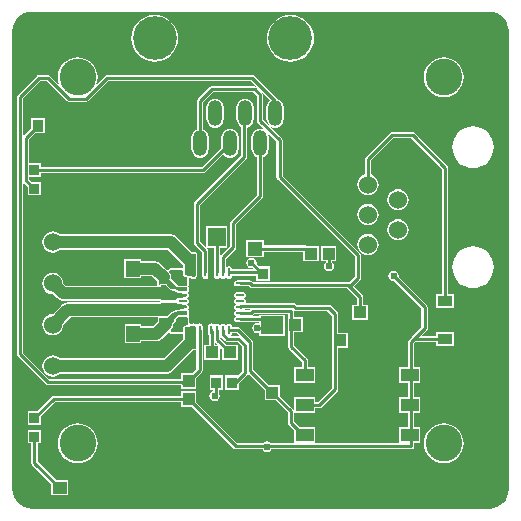
<source format=gtl>
G04 Layer_Physical_Order=1*
G04 Layer_Color=25308*
%FSLAX24Y24*%
%MOIN*%
G70*
G01*
G75*
%ADD10R,0.0453X0.0532*%
%ADD11R,0.0472X0.0472*%
%ADD12R,0.0591X0.0630*%
%ADD13R,0.0335X0.0374*%
%ADD14R,0.0413X0.0394*%
%ADD15R,0.0591X0.0433*%
%ADD16R,0.0591X0.0433*%
%ADD17R,0.0591X0.0433*%
%ADD18R,0.0394X0.0413*%
%ADD19R,0.0480X0.0358*%
%ADD20O,0.0098X0.0315*%
%ADD21O,0.0315X0.0098*%
%ADD22R,0.1457X0.1457*%
%ADD23R,0.0748X0.0610*%
%ADD24R,0.0354X0.0413*%
%ADD25R,0.0335X0.0335*%
%ADD26R,0.0453X0.0413*%
%ADD27C,0.0098*%
%ADD28C,0.0118*%
%ADD29C,0.0472*%
%ADD30C,0.0197*%
%ADD31C,0.0394*%
G04:AMPARAMS|DCode=32|XSize=27.6mil|YSize=114.2mil|CornerRadius=6.9mil|HoleSize=0mil|Usage=FLASHONLY|Rotation=0.000|XOffset=0mil|YOffset=0mil|HoleType=Round|Shape=RoundedRectangle|*
%AMROUNDEDRECTD32*
21,1,0.0276,0.1004,0,0,0.0*
21,1,0.0138,0.1142,0,0,0.0*
1,1,0.0138,0.0069,-0.0502*
1,1,0.0138,-0.0069,-0.0502*
1,1,0.0138,-0.0069,0.0502*
1,1,0.0138,0.0069,0.0502*
%
%ADD32ROUNDEDRECTD32*%
%ADD33C,0.1457*%
%ADD34O,0.0472X0.0866*%
%ADD35C,0.0600*%
%ADD36C,0.0240*%
%ADD37C,0.1220*%
%ADD38C,0.0236*%
%ADD39C,0.0197*%
G36*
X25807Y26453D02*
X25931Y26441D01*
X26050Y26405D01*
X26160Y26346D01*
X26257Y26267D01*
X26336Y26170D01*
X26395Y26060D01*
X26431Y25941D01*
X26443Y25817D01*
X26444D01*
X26444Y25817D01*
X26444Y25817D01*
X26435D01*
X26436Y25816D01*
X26444Y25816D01*
Y10532D01*
X26443D01*
X26431Y10407D01*
X26395Y10288D01*
X26336Y10178D01*
X26257Y10082D01*
X26160Y10003D01*
X26050Y9944D01*
X25931Y9908D01*
X25807Y9896D01*
X25807Y9895D01*
Y9903D01*
X25806Y9903D01*
X25807Y9895D01*
X10532D01*
Y9895D01*
X10407Y9908D01*
X10288Y9944D01*
X10178Y10003D01*
X10082Y10082D01*
X10003Y10178D01*
X9944Y10288D01*
X9908Y10407D01*
X9901Y10479D01*
X9896Y10479D01*
X9895Y10482D01*
X9903D01*
X9895Y10502D01*
Y25817D01*
X9895D01*
X9908Y25941D01*
X9944Y26060D01*
X10003Y26170D01*
X10082Y26267D01*
X10178Y26346D01*
X10288Y26405D01*
X10407Y26441D01*
X10479Y26448D01*
X10479Y26452D01*
X10482Y26453D01*
Y26445D01*
X10502Y26453D01*
X25807D01*
Y26453D01*
D02*
G37*
%LPC*%
G36*
X23233Y22450D02*
X23228Y22449D01*
X22539D01*
X22500Y22441D01*
X22467Y22419D01*
X21674Y21626D01*
X21651Y21592D01*
X21650Y21586D01*
X21644Y21553D01*
Y21031D01*
X21569Y21000D01*
X21496Y20943D01*
X21439Y20870D01*
X21404Y20785D01*
X21392Y20693D01*
X21404Y20601D01*
X21439Y20516D01*
X21496Y20442D01*
X21569Y20386D01*
X21654Y20351D01*
X21746Y20339D01*
X21838Y20351D01*
X21923Y20386D01*
X21997Y20442D01*
X22053Y20516D01*
X22088Y20601D01*
X22100Y20693D01*
X22088Y20785D01*
X22053Y20870D01*
X21997Y20943D01*
X21923Y21000D01*
X21848Y21031D01*
Y21511D01*
X22582Y22244D01*
X23192D01*
X24219Y21217D01*
Y17057D01*
X24030D01*
Y16596D01*
X24612D01*
Y17057D01*
X24423D01*
Y21260D01*
X24415Y21299D01*
X24393Y21332D01*
X23306Y22420D01*
X23306Y22420D01*
X23272Y22442D01*
X23233Y22450D01*
D02*
G37*
G36*
X17116Y16067D02*
X17077Y16059D01*
X17044Y16037D01*
X17022Y16004D01*
X17018Y15984D01*
X17014Y16004D01*
X16992Y16037D01*
X16958Y16059D01*
X16919Y16067D01*
X16880Y16059D01*
X16847Y16037D01*
X16825Y16004D01*
X16821Y15984D01*
X16817Y16004D01*
X16795Y16037D01*
X16762Y16059D01*
X16722Y16067D01*
X16683Y16059D01*
X16650Y16037D01*
X16628Y16004D01*
X16624Y15984D01*
X16620Y16004D01*
X16598Y16037D01*
X16565Y16059D01*
X16526Y16067D01*
X16486Y16059D01*
X16453Y16037D01*
X16431Y16004D01*
X16423Y15965D01*
Y15748D01*
X16431Y15709D01*
X16453Y15676D01*
Y15346D01*
X16297D01*
Y14850D01*
X16813D01*
Y15286D01*
X16888Y15212D01*
Y14850D01*
X17404D01*
Y15346D01*
X17042D01*
X16825Y15564D01*
Y15660D01*
X16847Y15626D01*
X16985Y15489D01*
X17018Y15466D01*
X17057Y15459D01*
X17389D01*
X17535Y15312D01*
Y14452D01*
X17416Y14333D01*
X16996D01*
Y13856D01*
X17433D01*
Y14060D01*
X17710Y14337D01*
X17732Y14370D01*
X17734Y14377D01*
X17740Y14409D01*
Y14434D01*
X17752Y14416D01*
X18305Y13863D01*
Y13502D01*
X18666D01*
X19071Y13097D01*
Y12756D01*
X19077Y12723D01*
X19079Y12717D01*
X19101Y12684D01*
X19289Y12495D01*
Y12073D01*
X19982D01*
Y12608D01*
X19466D01*
X19276Y12798D01*
Y13140D01*
X19268Y13179D01*
X19246Y13212D01*
X18801Y13657D01*
Y14018D01*
X18440D01*
X17927Y14531D01*
Y15443D01*
X17921Y15476D01*
X17919Y15482D01*
X17897Y15515D01*
X17484Y15929D01*
X17451Y15951D01*
X17444Y15952D01*
X17411Y15959D01*
X17219D01*
Y15965D01*
X17211Y16004D01*
X17189Y16037D01*
X17155Y16059D01*
X17116Y16067D01*
D02*
G37*
G36*
X25246Y18635D02*
X25111Y18622D01*
X24980Y18582D01*
X24860Y18518D01*
X24755Y18432D01*
X24669Y18327D01*
X24605Y18207D01*
X24565Y18076D01*
X24552Y17941D01*
X24565Y17806D01*
X24605Y17675D01*
X24669Y17555D01*
X24755Y17450D01*
X24860Y17364D01*
X24980Y17300D01*
X25111Y17260D01*
X25246Y17247D01*
X25382Y17260D01*
X25512Y17300D01*
X25632Y17364D01*
X25737Y17450D01*
X25823Y17555D01*
X25887Y17675D01*
X25927Y17806D01*
X25940Y17941D01*
X25927Y18076D01*
X25887Y18207D01*
X25823Y18327D01*
X25737Y18432D01*
X25632Y18518D01*
X25512Y18582D01*
X25382Y18622D01*
X25246Y18635D01*
D02*
G37*
G36*
X20691Y18644D02*
X20175D01*
Y18148D01*
X20341D01*
Y18110D01*
X20319Y18096D01*
X20282Y18039D01*
X20268Y17972D01*
X20282Y17906D01*
X20319Y17849D01*
X20376Y17811D01*
X20443Y17798D01*
X20510Y17811D01*
X20566Y17849D01*
X20604Y17906D01*
X20618Y17972D01*
X20604Y18039D01*
X20566Y18096D01*
X20545Y18110D01*
Y18148D01*
X20691D01*
Y18644D01*
D02*
G37*
G36*
X17650Y23560D02*
X17575Y23550D01*
X17505Y23521D01*
X17445Y23475D01*
X17399Y23415D01*
X17370Y23345D01*
X17360Y23270D01*
Y22876D01*
X17370Y22801D01*
X17399Y22731D01*
X17445Y22671D01*
X17505Y22625D01*
X17516Y22620D01*
Y21666D01*
X15981Y20131D01*
X15959Y20098D01*
X15957Y20092D01*
X15951Y20059D01*
Y18740D01*
X15957Y18707D01*
X15959Y18701D01*
X15981Y18668D01*
X16226Y18422D01*
Y17874D01*
Y17766D01*
Y17657D01*
X16234Y17618D01*
X16256Y17585D01*
X16290Y17563D01*
X16329Y17555D01*
X16368Y17563D01*
X16401Y17585D01*
X16423Y17618D01*
X16431Y17657D01*
Y17874D01*
Y18465D01*
X16423Y18504D01*
X16401Y18537D01*
X16156Y18783D01*
Y20017D01*
X17690Y21552D01*
X17713Y21585D01*
X17720Y21624D01*
Y22595D01*
X17725Y22596D01*
X17795Y22625D01*
X17855Y22671D01*
X17901Y22731D01*
X17930Y22801D01*
X17939Y22876D01*
Y23270D01*
X17930Y23345D01*
X17901Y23415D01*
X17855Y23475D01*
X17795Y23521D01*
X17725Y23550D01*
X17650Y23560D01*
D02*
G37*
G36*
X22598Y17822D02*
X22532Y17809D01*
X22475Y17771D01*
X22437Y17714D01*
X22424Y17648D01*
X22437Y17581D01*
X22475Y17524D01*
X22532Y17486D01*
X22598Y17473D01*
X22623Y17478D01*
X23530Y16572D01*
Y15938D01*
X23199Y15608D01*
X23199Y15608D01*
X23117Y15525D01*
X23094Y15492D01*
X23093Y15485D01*
X23087Y15453D01*
Y14608D01*
X22793D01*
Y14073D01*
X23087D01*
Y13608D01*
X22793D01*
Y13073D01*
X23087D01*
Y12608D01*
X22793D01*
Y12073D01*
X23087D01*
Y12071D01*
X18517D01*
X18509Y12082D01*
X18453Y12120D01*
X18386Y12133D01*
X18319Y12120D01*
X18262Y12082D01*
X18255Y12071D01*
X17395D01*
X16016Y13450D01*
Y13811D01*
X15520D01*
Y13656D01*
X11270D01*
X11237Y13649D01*
X11231Y13648D01*
X11197Y13626D01*
X10704Y13132D01*
X10411D01*
Y12695D01*
X10848D01*
Y12987D01*
X11312Y13451D01*
X15520D01*
Y13295D01*
X15881D01*
X17280Y11896D01*
X17313Y11874D01*
X17352Y11866D01*
X18242D01*
X18262Y11835D01*
X18319Y11797D01*
X18386Y11784D01*
X18453Y11797D01*
X18509Y11835D01*
X18530Y11866D01*
X23189D01*
X23228Y11874D01*
X23261Y11896D01*
X23284Y11929D01*
X23291Y11968D01*
Y12073D01*
X23486D01*
Y12608D01*
X23291D01*
Y13073D01*
X23486D01*
Y13608D01*
X23291D01*
Y14073D01*
X23486D01*
Y14608D01*
X23291D01*
Y15410D01*
X23314Y15433D01*
X24030D01*
Y15305D01*
X24612D01*
Y15766D01*
X24030D01*
Y15638D01*
X23519D01*
X23718Y15837D01*
X23740Y15870D01*
X23748Y15909D01*
X23740Y15949D01*
X23734Y15958D01*
Y16614D01*
X23728Y16647D01*
X23726Y16653D01*
X23704Y16687D01*
X22768Y17623D01*
X22773Y17648D01*
X22760Y17714D01*
X22722Y17771D01*
X22665Y17809D01*
X22598Y17822D01*
D02*
G37*
G36*
X12067Y12732D02*
X11937Y12719D01*
X11813Y12681D01*
X11698Y12620D01*
X11597Y12537D01*
X11514Y12436D01*
X11453Y12321D01*
X11415Y12197D01*
X11402Y12067D01*
X11415Y11937D01*
X11453Y11813D01*
X11514Y11698D01*
X11597Y11597D01*
X11698Y11514D01*
X11813Y11453D01*
X11937Y11415D01*
X12067Y11402D01*
X12197Y11415D01*
X12321Y11453D01*
X12436Y11514D01*
X12537Y11597D01*
X12620Y11698D01*
X12681Y11813D01*
X12719Y11937D01*
X12732Y12067D01*
X12719Y12197D01*
X12681Y12321D01*
X12620Y12436D01*
X12537Y12537D01*
X12436Y12620D01*
X12321Y12681D01*
X12197Y12719D01*
X12067Y12732D01*
D02*
G37*
G36*
X10848Y12502D02*
X10411D01*
Y12065D01*
X10528D01*
Y11427D01*
X10534Y11394D01*
X10535Y11388D01*
X10558Y11355D01*
X11189Y10723D01*
Y10333D01*
X11744D01*
Y10848D01*
X11353D01*
X10732Y11470D01*
Y12065D01*
X10848D01*
Y12502D01*
D02*
G37*
G36*
X24272Y12732D02*
X24142Y12719D01*
X24017Y12681D01*
X23902Y12620D01*
X23802Y12537D01*
X23719Y12436D01*
X23658Y12321D01*
X23620Y12197D01*
X23607Y12067D01*
X23620Y11937D01*
X23658Y11813D01*
X23719Y11698D01*
X23802Y11597D01*
X23902Y11514D01*
X24017Y11453D01*
X24142Y11415D01*
X24272Y11402D01*
X24401Y11415D01*
X24526Y11453D01*
X24641Y11514D01*
X24742Y11597D01*
X24824Y11698D01*
X24886Y11813D01*
X24924Y11937D01*
X24936Y12067D01*
X24924Y12197D01*
X24886Y12321D01*
X24824Y12436D01*
X24742Y12537D01*
X24641Y12620D01*
X24526Y12681D01*
X24401Y12719D01*
X24272Y12732D01*
D02*
G37*
G36*
X16902Y14333D02*
X16465D01*
Y13856D01*
X16581D01*
Y13816D01*
X16567Y13813D01*
X16510Y13775D01*
X16473Y13718D01*
X16459Y13652D01*
X16473Y13585D01*
X16510Y13528D01*
X16567Y13490D01*
X16634Y13477D01*
X16701Y13490D01*
X16757Y13528D01*
X16795Y13585D01*
X16808Y13652D01*
X16795Y13718D01*
X16785Y13733D01*
Y13856D01*
X16902D01*
Y14333D01*
D02*
G37*
G36*
X17589Y17110D02*
X17372D01*
X17333Y17102D01*
X17300Y17080D01*
X17277Y17047D01*
X17270Y17008D01*
X17277Y16969D01*
X17300Y16935D01*
X17333Y16913D01*
X17352Y16909D01*
X17333Y16906D01*
X17300Y16883D01*
X17277Y16850D01*
X17270Y16811D01*
X17277Y16772D01*
X17300Y16739D01*
X17333Y16716D01*
X17352Y16713D01*
X17333Y16709D01*
X17300Y16687D01*
X17277Y16653D01*
X17270Y16614D01*
X17277Y16575D01*
X17300Y16542D01*
X17333Y16520D01*
X17352Y16516D01*
X17333Y16512D01*
X17300Y16490D01*
X17277Y16456D01*
X17270Y16417D01*
X17277Y16378D01*
X17300Y16345D01*
X17333Y16323D01*
X17352Y16319D01*
X17333Y16315D01*
X17300Y16293D01*
X17277Y16260D01*
X17270Y16220D01*
X17277Y16181D01*
X17300Y16148D01*
X17333Y16126D01*
X17372Y16118D01*
X18118D01*
Y16079D01*
X18061Y16090D01*
X17994Y16077D01*
X17938Y16039D01*
X17900Y15982D01*
X17886Y15915D01*
X17900Y15849D01*
X17938Y15792D01*
X17994Y15754D01*
X18061Y15741D01*
X18118Y15752D01*
Y15648D01*
X18968D01*
Y16360D01*
X18118D01*
Y16323D01*
X17884D01*
X17917Y16345D01*
X17946Y16374D01*
X19091D01*
Y16272D01*
X19073D01*
Y15776D01*
X19091D01*
Y15276D01*
X19097Y15243D01*
X19098Y15236D01*
X19121Y15203D01*
X19533Y14790D01*
Y14608D01*
X19289D01*
Y14073D01*
X19982D01*
Y14608D01*
X19738D01*
Y14833D01*
X19732Y14865D01*
X19730Y14872D01*
X19708Y14905D01*
X19295Y15318D01*
Y15776D01*
X19589D01*
Y16272D01*
X19295D01*
Y16476D01*
X19290Y16501D01*
X19292Y16500D01*
X19331Y16492D01*
X20391D01*
X20557Y16326D01*
Y13914D01*
X20086Y13443D01*
X19982D01*
Y13608D01*
X19289D01*
Y13073D01*
X19982D01*
Y13238D01*
X20128D01*
X20161Y13245D01*
X20167Y13246D01*
X20200Y13268D01*
X20732Y13800D01*
X20754Y13833D01*
X20762Y13872D01*
Y15254D01*
X21085D01*
Y15750D01*
X20762D01*
Y16368D01*
X20754Y16407D01*
X20732Y16440D01*
X20505Y16667D01*
X20472Y16689D01*
X20466Y16690D01*
X20433Y16697D01*
X19373D01*
X19354Y16716D01*
X19321Y16738D01*
X19314Y16740D01*
X19281Y16746D01*
X17666D01*
X17683Y16772D01*
X17691Y16811D01*
X17683Y16850D01*
X17661Y16883D01*
X17628Y16906D01*
X17608Y16909D01*
X17628Y16913D01*
X17661Y16935D01*
X17683Y16969D01*
X17691Y17008D01*
X17683Y17047D01*
X17661Y17080D01*
X17628Y17102D01*
X17589Y17110D01*
D02*
G37*
G36*
X18270Y18850D02*
X17695D01*
Y18276D01*
X18270D01*
Y18461D01*
X19585D01*
Y18148D01*
X20100D01*
Y18644D01*
X19735D01*
X19714Y18658D01*
X19708Y18659D01*
X19675Y18665D01*
X18270D01*
Y18850D01*
D02*
G37*
G36*
X17972Y23970D02*
X16535D01*
X16496Y23963D01*
X16463Y23940D01*
X16077Y23555D01*
X16055Y23521D01*
X16054Y23515D01*
X16047Y23482D01*
Y22538D01*
X16005Y22521D01*
X15945Y22475D01*
X15899Y22415D01*
X15870Y22345D01*
X15860Y22270D01*
Y21876D01*
X15870Y21801D01*
X15899Y21731D01*
X15945Y21671D01*
X16005Y21625D01*
X16075Y21596D01*
X16150Y21586D01*
X16225Y21596D01*
X16295Y21625D01*
X16355Y21671D01*
X16401Y21731D01*
X16430Y21801D01*
X16439Y21876D01*
Y22270D01*
X16430Y22345D01*
X16401Y22415D01*
X16355Y22475D01*
X16295Y22521D01*
X16252Y22538D01*
Y23440D01*
X16578Y23766D01*
X17930D01*
X18047Y23649D01*
Y22815D01*
X18054Y22782D01*
X18055Y22776D01*
X18077Y22743D01*
X18314Y22506D01*
X18295Y22521D01*
X18225Y22550D01*
X18150Y22560D01*
X18075Y22550D01*
X18005Y22521D01*
X17945Y22475D01*
X17899Y22415D01*
X17870Y22345D01*
X17860Y22270D01*
Y21876D01*
X17870Y21801D01*
X17899Y21731D01*
X17945Y21671D01*
X18005Y21625D01*
X18047Y21607D01*
Y20357D01*
X17182Y19492D01*
X17159Y19458D01*
X17158Y19452D01*
X17152Y19419D01*
Y18645D01*
X16847Y18340D01*
X16825Y18307D01*
Y18591D01*
X17049D01*
Y19323D01*
X16356D01*
Y18591D01*
X16620D01*
Y17874D01*
Y17766D01*
Y17657D01*
X16628Y17618D01*
X16650Y17585D01*
X16683Y17563D01*
X16722Y17555D01*
X16762Y17563D01*
X16795Y17585D01*
X16817Y17618D01*
X16821Y17638D01*
X16825Y17618D01*
X16847Y17585D01*
X16880Y17563D01*
X16919Y17555D01*
X16958Y17563D01*
X16992Y17585D01*
X17014Y17618D01*
X17018Y17638D01*
X17022Y17618D01*
X17044Y17585D01*
X17077Y17563D01*
X17116Y17555D01*
X17155Y17563D01*
X17189Y17585D01*
X17211Y17618D01*
X17219Y17657D01*
Y17663D01*
X18030D01*
Y17488D01*
X18467D01*
Y17965D01*
X18125D01*
X18034Y18056D01*
X18039Y18081D01*
X18025Y18148D01*
X17988Y18204D01*
X17931Y18242D01*
X17864Y18255D01*
X17797Y18242D01*
X17741Y18204D01*
X17703Y18148D01*
X17690Y18081D01*
X17703Y18014D01*
X17741Y17957D01*
X17797Y17919D01*
X17864Y17906D01*
X17889Y17911D01*
X17932Y17868D01*
X17219D01*
Y17874D01*
X17211Y17913D01*
X17189Y17946D01*
X17155Y17969D01*
X17116Y17976D01*
X17077Y17969D01*
X17044Y17946D01*
X17022Y17913D01*
Y18225D01*
X17326Y18530D01*
X17341Y18552D01*
X17349Y18563D01*
X17356Y18602D01*
Y19377D01*
X18222Y20243D01*
X18244Y20276D01*
X18245Y20282D01*
X18252Y20315D01*
Y21607D01*
X18295Y21625D01*
X18355Y21671D01*
X18401Y21731D01*
X18430Y21801D01*
X18439Y21876D01*
Y22270D01*
X18430Y22345D01*
X18401Y22415D01*
X18386Y22434D01*
X18697Y22123D01*
Y20955D01*
X18703Y20922D01*
X18705Y20916D01*
X18727Y20882D01*
X21305Y18304D01*
Y17635D01*
X21125Y17455D01*
X17916D01*
X17897Y17474D01*
X17864Y17496D01*
X17857Y17497D01*
X17825Y17504D01*
X17372D01*
X17333Y17496D01*
X17300Y17474D01*
X17277Y17441D01*
X17270Y17402D01*
X17277Y17362D01*
X17300Y17329D01*
X17333Y17307D01*
X17372Y17299D01*
X17782D01*
X17802Y17280D01*
X17835Y17258D01*
X17874Y17250D01*
X21040D01*
X21384Y16906D01*
Y16685D01*
X21228D01*
Y16189D01*
X21744D01*
Y16685D01*
X21589D01*
Y16949D01*
X21581Y16988D01*
X21573Y16999D01*
X21559Y17021D01*
X21270Y17310D01*
X21480Y17520D01*
X21502Y17554D01*
X21510Y17593D01*
Y18346D01*
X21502Y18386D01*
X21480Y18419D01*
X18902Y20997D01*
Y22165D01*
X18895Y22198D01*
X18894Y22205D01*
X18872Y22238D01*
X18252Y22857D01*
Y23691D01*
X18245Y23724D01*
X18244Y23730D01*
X18222Y23763D01*
X18045Y23940D01*
X18012Y23963D01*
X18005Y23964D01*
X17972Y23970D01*
D02*
G37*
G36*
X16650Y23560D02*
X16575Y23550D01*
X16505Y23521D01*
X16445Y23475D01*
X16399Y23415D01*
X16370Y23345D01*
X16360Y23270D01*
Y22876D01*
X16370Y22801D01*
X16399Y22731D01*
X16445Y22671D01*
X16505Y22625D01*
X16575Y22596D01*
X16650Y22586D01*
X16725Y22596D01*
X16795Y22625D01*
X16855Y22671D01*
X16901Y22731D01*
X16930Y22801D01*
X16939Y22876D01*
Y23270D01*
X16930Y23345D01*
X16901Y23415D01*
X16855Y23475D01*
X16795Y23521D01*
X16725Y23550D01*
X16650Y23560D01*
D02*
G37*
G36*
X22746Y20543D02*
X22654Y20531D01*
X22569Y20496D01*
X22496Y20439D01*
X22439Y20366D01*
X22404Y20281D01*
X22392Y20189D01*
X22404Y20097D01*
X22439Y20012D01*
X22496Y19939D01*
X22569Y19882D01*
X22654Y19847D01*
X22746Y19835D01*
X22838Y19847D01*
X22923Y19882D01*
X22997Y19939D01*
X23053Y20012D01*
X23088Y20097D01*
X23100Y20189D01*
X23088Y20281D01*
X23053Y20366D01*
X22997Y20439D01*
X22923Y20496D01*
X22838Y20531D01*
X22746Y20543D01*
D02*
G37*
G36*
X25246Y22635D02*
X25111Y22622D01*
X24980Y22582D01*
X24860Y22518D01*
X24755Y22432D01*
X24669Y22327D01*
X24605Y22207D01*
X24565Y22076D01*
X24552Y21941D01*
X24565Y21806D01*
X24605Y21675D01*
X24669Y21555D01*
X24755Y21450D01*
X24860Y21364D01*
X24980Y21300D01*
X25111Y21260D01*
X25246Y21247D01*
X25382Y21260D01*
X25512Y21300D01*
X25632Y21364D01*
X25737Y21450D01*
X25823Y21555D01*
X25887Y21675D01*
X25927Y21806D01*
X25940Y21941D01*
X25927Y22076D01*
X25887Y22207D01*
X25823Y22327D01*
X25737Y22432D01*
X25632Y22518D01*
X25512Y22582D01*
X25382Y22622D01*
X25246Y22635D01*
D02*
G37*
G36*
X14636Y26356D02*
X14483Y26341D01*
X14336Y26297D01*
X14201Y26224D01*
X14082Y26127D01*
X13985Y26008D01*
X13912Y25873D01*
X13868Y25726D01*
X13853Y25573D01*
X13868Y25420D01*
X13912Y25273D01*
X13985Y25138D01*
X14082Y25019D01*
X14201Y24922D01*
X14336Y24849D01*
X14483Y24805D01*
X14636Y24790D01*
X14789Y24805D01*
X14936Y24849D01*
X15071Y24922D01*
X15190Y25019D01*
X15287Y25138D01*
X15359Y25273D01*
X15404Y25420D01*
X15419Y25573D01*
X15404Y25726D01*
X15359Y25873D01*
X15287Y26008D01*
X15190Y26127D01*
X15071Y26224D01*
X14936Y26297D01*
X14789Y26341D01*
X14636Y26356D01*
D02*
G37*
G36*
X19163D02*
X19011Y26341D01*
X18864Y26297D01*
X18728Y26224D01*
X18610Y26127D01*
X18512Y26008D01*
X18440Y25873D01*
X18395Y25726D01*
X18380Y25573D01*
X18395Y25420D01*
X18440Y25273D01*
X18512Y25138D01*
X18610Y25019D01*
X18728Y24922D01*
X18864Y24849D01*
X19011Y24805D01*
X19163Y24790D01*
X19316Y24805D01*
X19463Y24849D01*
X19599Y24922D01*
X19717Y25019D01*
X19815Y25138D01*
X19887Y25273D01*
X19932Y25420D01*
X19947Y25573D01*
X19932Y25726D01*
X19887Y25873D01*
X19815Y26008D01*
X19717Y26127D01*
X19599Y26224D01*
X19463Y26297D01*
X19316Y26341D01*
X19163Y26356D01*
D02*
G37*
G36*
X24272Y24936D02*
X24142Y24924D01*
X24017Y24886D01*
X23902Y24824D01*
X23802Y24742D01*
X23719Y24641D01*
X23658Y24526D01*
X23620Y24401D01*
X23607Y24272D01*
X23620Y24142D01*
X23658Y24017D01*
X23719Y23902D01*
X23802Y23802D01*
X23902Y23719D01*
X24017Y23658D01*
X24142Y23620D01*
X24272Y23607D01*
X24401Y23620D01*
X24526Y23658D01*
X24641Y23719D01*
X24742Y23802D01*
X24824Y23902D01*
X24886Y24017D01*
X24924Y24142D01*
X24936Y24272D01*
X24924Y24401D01*
X24886Y24526D01*
X24824Y24641D01*
X24742Y24742D01*
X24641Y24824D01*
X24526Y24886D01*
X24401Y24924D01*
X24272Y24936D01*
D02*
G37*
G36*
X12067D02*
X11937Y24924D01*
X11813Y24886D01*
X11698Y24824D01*
X11597Y24742D01*
X11514Y24641D01*
X11453Y24526D01*
X11415Y24401D01*
X11402Y24272D01*
X11415Y24142D01*
X11449Y24029D01*
X11154Y24324D01*
X11121Y24347D01*
X11114Y24348D01*
X11082Y24354D01*
X10778D01*
X10738Y24347D01*
X10727Y24339D01*
X10705Y24324D01*
X10075Y23694D01*
X10053Y23661D01*
X10052Y23655D01*
X10045Y23622D01*
Y15049D01*
X10052Y15017D01*
X10053Y15010D01*
X10075Y14977D01*
X11010Y14042D01*
X11032Y14027D01*
X11044Y14020D01*
X11083Y14012D01*
X15518D01*
X15520Y14001D01*
Y13886D01*
X16016D01*
Y14247D01*
X16204Y14435D01*
X16226Y14469D01*
X16234Y14508D01*
Y15856D01*
Y15965D01*
X16226Y16004D01*
X16204Y16037D01*
X16171Y16059D01*
X16132Y16067D01*
X16093Y16059D01*
X16060Y16037D01*
X16037Y16004D01*
X16034Y15988D01*
X16032Y15991D01*
X16030Y16004D01*
X16007Y16037D01*
X15974Y16059D01*
X15935Y16067D01*
X15896Y16059D01*
X15863Y16037D01*
X15848Y16016D01*
X15792Y16009D01*
X15793Y16011D01*
X15801Y16029D01*
X15801Y16030D01*
X15801Y16032D01*
Y16241D01*
X15801Y16241D01*
X15801Y16242D01*
X15793Y16261D01*
X15785Y16280D01*
X15784Y16280D01*
X15784Y16281D01*
X15765Y16299D01*
X15768Y16299D01*
X15784Y16339D01*
Y16467D01*
X15768Y16506D01*
X15728Y16522D01*
X15722D01*
X15727Y16525D01*
X15728Y16526D01*
X15728Y16526D01*
X15752Y16542D01*
X15774Y16575D01*
X15781Y16614D01*
X15774Y16653D01*
X15752Y16687D01*
X15728Y16702D01*
X15728Y16703D01*
X15727Y16703D01*
X15718Y16709D01*
X15711Y16710D01*
X15705Y16714D01*
X15718Y16716D01*
X15752Y16739D01*
X15774Y16772D01*
X15781Y16811D01*
X15774Y16850D01*
X15752Y16883D01*
X15718Y16906D01*
X15699Y16909D01*
X15718Y16913D01*
X15752Y16935D01*
X15774Y16969D01*
X15781Y17008D01*
X15774Y17047D01*
X15752Y17080D01*
X15730Y17095D01*
X15758Y17106D01*
X15774Y17146D01*
Y17167D01*
X15781Y17205D01*
X15774Y17243D01*
Y17270D01*
X15768Y17285D01*
X15768Y17292D01*
X15764Y17296D01*
X15762Y17304D01*
X15767Y17315D01*
X15767Y17316D01*
X15768Y17317D01*
X15780Y17342D01*
X15781Y17354D01*
X15785Y17366D01*
X15785Y17595D01*
X15863Y17585D01*
X15896Y17563D01*
X15935Y17555D01*
X15974Y17563D01*
X16007Y17585D01*
X16020Y17604D01*
X16032Y17611D01*
X16036Y17617D01*
X16043Y17620D01*
X16049Y17633D01*
X16058Y17645D01*
X16057Y17652D01*
X16059Y17659D01*
Y18376D01*
X16043Y18415D01*
X16004Y18431D01*
X15893D01*
X15366Y18958D01*
X15284Y19013D01*
X15187Y19032D01*
X11487D01*
X11417Y19086D01*
X11332Y19122D01*
X11240Y19134D01*
X11148Y19122D01*
X11063Y19086D01*
X10990Y19030D01*
X10933Y18957D01*
X10898Y18871D01*
X10886Y18780D01*
X10898Y18688D01*
X10933Y18602D01*
X10990Y18529D01*
X11063Y18473D01*
X11148Y18437D01*
X11240Y18425D01*
X11332Y18437D01*
X11417Y18473D01*
X11487Y18527D01*
X15082D01*
X15594Y18015D01*
Y17896D01*
X15578Y17903D01*
X15559Y17911D01*
X15559Y17911D01*
X15559Y17911D01*
X15168Y17910D01*
X15148Y17902D01*
X15129Y17894D01*
X15089Y17854D01*
X15087Y17850D01*
X15087Y17850D01*
X15085Y17845D01*
X15078Y17839D01*
X15076Y17835D01*
X15076Y17823D01*
X15075Y17822D01*
X14834Y18063D01*
X14752Y18118D01*
X14656Y18137D01*
X14185D01*
Y18201D01*
X13630D01*
Y17567D01*
X14185D01*
Y17631D01*
X14551D01*
X14728Y17454D01*
Y17362D01*
X14742Y17330D01*
X11670D01*
X11594Y17406D01*
X11582Y17493D01*
X11547Y17579D01*
X11491Y17652D01*
X11417Y17708D01*
X11332Y17744D01*
X11240Y17756D01*
X11148Y17744D01*
X11063Y17708D01*
X10990Y17652D01*
X10933Y17579D01*
X10898Y17493D01*
X10886Y17402D01*
X10898Y17310D01*
X10933Y17224D01*
X10990Y17151D01*
X11063Y17095D01*
X11148Y17059D01*
X11236Y17048D01*
X11386Y16898D01*
X11468Y16843D01*
X11565Y16824D01*
X14812D01*
X14813Y16821D01*
X14842Y16809D01*
X14823Y16801D01*
X14814Y16778D01*
X11742D01*
X11645Y16759D01*
X11563Y16704D01*
X11514Y16655D01*
X11514Y16655D01*
X11236Y16377D01*
X11148Y16366D01*
X11063Y16330D01*
X10990Y16274D01*
X10933Y16201D01*
X10898Y16115D01*
X10886Y16024D01*
X10898Y15932D01*
X10933Y15847D01*
X10990Y15773D01*
X11063Y15717D01*
X11148Y15681D01*
X11240Y15669D01*
X11332Y15681D01*
X11417Y15717D01*
X11491Y15773D01*
X11547Y15847D01*
X11582Y15932D01*
X11594Y16020D01*
X11847Y16273D01*
X14747D01*
X14738Y16250D01*
Y16119D01*
X14590Y15971D01*
X14195D01*
Y16035D01*
X13640D01*
Y15402D01*
X14195D01*
Y15466D01*
X14695D01*
X14792Y15485D01*
X14874Y15540D01*
X15131Y15797D01*
X15131Y15787D01*
X15139Y15768D01*
X15147Y15749D01*
X15158Y15738D01*
X15178Y15730D01*
X15197Y15722D01*
X15559Y15721D01*
X15559Y15721D01*
X15559Y15721D01*
X15578Y15729D01*
X15594Y15736D01*
Y15564D01*
X15492Y15462D01*
X15481Y15435D01*
X14944Y14899D01*
X11487D01*
X11417Y14952D01*
X11332Y14988D01*
X11240Y15000D01*
X11148Y14988D01*
X11063Y14952D01*
X10990Y14896D01*
X10933Y14823D01*
X10898Y14737D01*
X10886Y14646D01*
X10898Y14554D01*
X10933Y14469D01*
X10990Y14395D01*
X11063Y14339D01*
X11148Y14304D01*
X11240Y14291D01*
X11332Y14304D01*
X11417Y14339D01*
X11487Y14393D01*
X15049D01*
X15146Y14412D01*
X15228Y14467D01*
X15932Y15171D01*
X16004D01*
X16030Y15182D01*
Y14550D01*
X15881Y14402D01*
X15520D01*
Y14217D01*
X11125D01*
X10250Y15092D01*
Y20783D01*
X10262Y20764D01*
X10402Y20625D01*
Y20333D01*
X10839D01*
Y20770D01*
X10546D01*
X10437Y20879D01*
Y20963D01*
X10848D01*
Y21079D01*
X16258D01*
X16291Y21085D01*
X16297Y21087D01*
X16330Y21109D01*
X16922Y21700D01*
X16945Y21671D01*
X17005Y21625D01*
X17075Y21596D01*
X17150Y21586D01*
X17225Y21596D01*
X17295Y21625D01*
X17355Y21671D01*
X17401Y21731D01*
X17430Y21801D01*
X17439Y21876D01*
Y22270D01*
X17430Y22345D01*
X17401Y22415D01*
X17355Y22475D01*
X17295Y22521D01*
X17225Y22550D01*
X17150Y22560D01*
X17075Y22550D01*
X17005Y22521D01*
X16945Y22475D01*
X16899Y22415D01*
X16870Y22345D01*
X16860Y22270D01*
Y21928D01*
X16215Y21283D01*
X10848D01*
Y21400D01*
X10437D01*
Y22192D01*
X10645Y22400D01*
X10986D01*
Y22915D01*
X10530D01*
Y22574D01*
X10262Y22307D01*
X10250Y22288D01*
Y23580D01*
X10820Y24150D01*
X11039D01*
X11700Y23489D01*
X11722Y23474D01*
X11733Y23466D01*
X11773Y23459D01*
X12361D01*
X12394Y23465D01*
X12400Y23466D01*
X12434Y23489D01*
X13095Y24150D01*
X17851D01*
X18491Y23510D01*
X18445Y23475D01*
X18399Y23415D01*
X18370Y23345D01*
X18360Y23270D01*
Y22876D01*
X18370Y22801D01*
X18399Y22731D01*
X18445Y22671D01*
X18505Y22625D01*
X18575Y22596D01*
X18650Y22586D01*
X18725Y22596D01*
X18795Y22625D01*
X18855Y22671D01*
X18901Y22731D01*
X18930Y22801D01*
X18939Y22876D01*
Y23270D01*
X18930Y23345D01*
X18901Y23415D01*
X18855Y23475D01*
X18795Y23521D01*
X18738Y23544D01*
X18722Y23568D01*
X17966Y24324D01*
X17933Y24347D01*
X17926Y24348D01*
X17894Y24354D01*
X13052D01*
X13013Y24347D01*
X13002Y24339D01*
X12980Y24324D01*
X12685Y24029D01*
X12719Y24142D01*
X12732Y24272D01*
X12719Y24401D01*
X12681Y24526D01*
X12620Y24641D01*
X12537Y24742D01*
X12436Y24824D01*
X12321Y24886D01*
X12197Y24924D01*
X12067Y24936D01*
D02*
G37*
G36*
X22746Y19543D02*
X22654Y19531D01*
X22569Y19496D01*
X22496Y19439D01*
X22439Y19366D01*
X22404Y19281D01*
X22392Y19189D01*
X22404Y19097D01*
X22439Y19012D01*
X22496Y18939D01*
X22569Y18882D01*
X22654Y18847D01*
X22746Y18835D01*
X22838Y18847D01*
X22923Y18882D01*
X22997Y18939D01*
X23053Y19012D01*
X23088Y19097D01*
X23100Y19189D01*
X23088Y19281D01*
X23053Y19366D01*
X22997Y19439D01*
X22923Y19496D01*
X22838Y19531D01*
X22746Y19543D01*
D02*
G37*
G36*
X21746Y20047D02*
X21654Y20035D01*
X21569Y20000D01*
X21496Y19943D01*
X21439Y19870D01*
X21404Y19785D01*
X21392Y19693D01*
X21404Y19601D01*
X21439Y19516D01*
X21496Y19442D01*
X21569Y19386D01*
X21654Y19351D01*
X21746Y19339D01*
X21838Y19351D01*
X21923Y19386D01*
X21997Y19442D01*
X22053Y19516D01*
X22088Y19601D01*
X22100Y19693D01*
X22088Y19785D01*
X22053Y19870D01*
X21997Y19943D01*
X21923Y20000D01*
X21838Y20035D01*
X21746Y20047D01*
D02*
G37*
G36*
Y19047D02*
X21654Y19035D01*
X21569Y19000D01*
X21496Y18943D01*
X21439Y18870D01*
X21404Y18785D01*
X21392Y18693D01*
X21404Y18601D01*
X21439Y18516D01*
X21496Y18442D01*
X21569Y18386D01*
X21654Y18351D01*
X21746Y18339D01*
X21838Y18351D01*
X21923Y18386D01*
X21997Y18442D01*
X22053Y18516D01*
X22088Y18601D01*
X22100Y18693D01*
X22088Y18785D01*
X22053Y18870D01*
X21997Y18943D01*
X21923Y19000D01*
X21838Y19035D01*
X21746Y19047D01*
D02*
G37*
%LPD*%
G36*
X16004Y15944D02*
Y15226D01*
X15531D01*
Y15423D01*
X15650Y15541D01*
Y15935D01*
X15954Y15973D01*
X16004Y15944D01*
D02*
G37*
G36*
X15137Y17599D02*
X15137Y17598D01*
X15129Y17557D01*
X15130Y17550D01*
X15128Y17544D01*
X15134Y17530D01*
X15137Y17515D01*
X15143Y17512D01*
X15146Y17505D01*
X15227Y17431D01*
X15359Y17291D01*
X15360Y17290D01*
X15360Y17289D01*
X15374Y17284D01*
X15384Y17274D01*
X15392D01*
X15438Y17267D01*
X15442Y17268D01*
X15447Y17266D01*
X15709Y17267D01*
X15717Y17271D01*
Y17264D01*
X15718Y17259D01*
Y17243D01*
Y17167D01*
Y17157D01*
X15715Y17149D01*
X15708Y17146D01*
X15708Y17146D01*
X15451D01*
X15439Y17147D01*
X15430Y17149D01*
D01*
X15430D01*
X15413Y17165D01*
X15399Y17171D01*
X15386Y17180D01*
X15298Y17200D01*
X15196Y17225D01*
X15059Y17362D01*
X15059D01*
X15057Y17364D01*
X15047Y17368D01*
X15039Y17376D01*
X15020Y17384D01*
X15009D01*
X14999Y17388D01*
X14863D01*
X14853Y17384D01*
X14842D01*
X14831Y17379D01*
X14823Y17371D01*
X14813Y17367D01*
X14811Y17362D01*
X14788D01*
X14783Y17373D01*
Y17454D01*
Y17657D01*
X15079D01*
X15137Y17599D01*
D02*
G37*
G36*
X16004Y17659D02*
X15954Y17629D01*
X15650Y17667D01*
Y18061D01*
X15531Y18179D01*
Y18376D01*
X16004D01*
Y17659D01*
D02*
G37*
G36*
X15594Y17820D02*
Y17667D01*
X15601Y17651D01*
X15606Y17633D01*
X15609Y17632D01*
X15610Y17628D01*
X15627Y17621D01*
X15643Y17612D01*
X15729Y17602D01*
X15730Y17366D01*
X15718Y17341D01*
X15709Y17323D01*
Y17323D01*
X15446Y17321D01*
X15399Y17328D01*
X15399D01*
X15266Y17470D01*
X15183Y17546D01*
X15194Y17598D01*
X15175Y17695D01*
X15127Y17767D01*
X15126Y17811D01*
X15128Y17815D01*
X15168Y17855D01*
X15559Y17856D01*
X15594Y17820D01*
D02*
G37*
G36*
X16753Y15346D02*
X16657D01*
Y15442D01*
X16753Y15346D01*
D02*
G37*
G36*
X17802Y16520D02*
X17628D01*
X17660Y16541D01*
X17824D01*
X17802Y16520D01*
D02*
G37*
G36*
X15326Y16761D02*
X15328Y16760D01*
X15334Y16760D01*
X15340Y16757D01*
X15344Y16756D01*
X15413Y16713D01*
X15463Y16703D01*
X15678Y16665D01*
X15681Y16663D01*
X15688Y16662D01*
X15689Y16662D01*
Y16565D01*
X15413Y16526D01*
X15384Y16535D01*
X15354Y16516D01*
X15325Y16506D01*
X15285Y16486D01*
X15177Y16447D01*
X15036Y16305D01*
X14862D01*
Y16755D01*
X14865Y16757D01*
X14866Y16760D01*
X14868Y16762D01*
X15325D01*
X15326Y16761D01*
D02*
G37*
G36*
X15360Y16811D02*
X15361Y16809D01*
X15349Y16811D01*
X15347Y16812D01*
X15354Y16813D01*
X15362Y16818D01*
X15360Y16811D01*
D02*
G37*
G36*
X15018Y17325D02*
X15019Y17323D01*
X15167Y17175D01*
X15285Y17146D01*
X15374Y17126D01*
X15404Y17096D01*
X15422Y17094D01*
D01*
X15431Y17093D01*
X15679Y17057D01*
Y16959D01*
X15453Y16919D01*
X15404Y16909D01*
X15332Y16865D01*
X15332D01*
X15330Y16863D01*
X15326Y16863D01*
X15323Y16860D01*
X14863D01*
X14852Y16865D01*
Y17328D01*
X14863Y17333D01*
X14999D01*
X15018Y17325D01*
D02*
G37*
G36*
X17467Y15656D02*
X17464Y15657D01*
X17431Y15663D01*
X17170D01*
X17189Y15676D01*
X17211Y15709D01*
X17219Y15748D01*
Y15754D01*
X17369D01*
X17467Y15656D01*
D02*
G37*
G36*
X15746Y16241D02*
Y16032D01*
X15710Y15998D01*
X15643Y15990D01*
X15627Y15981D01*
X15610Y15974D01*
X15609Y15971D01*
X15606Y15969D01*
X15601Y15952D01*
X15594Y15935D01*
Y15812D01*
X15559Y15776D01*
X15197Y15777D01*
X15186Y15788D01*
X15185Y15851D01*
X15189Y15855D01*
X15243Y15937D01*
X15263Y16033D01*
X15260Y16048D01*
X15325Y16112D01*
X15341Y16152D01*
Y16207D01*
X15417Y16283D01*
X15701D01*
X15746Y16241D01*
D02*
G37*
G36*
X15725Y16463D02*
X15728Y16456D01*
Y16379D01*
X15701Y16339D01*
X15417D01*
X15377Y16322D01*
X15307Y16251D01*
X15302Y16247D01*
X15299Y16241D01*
X15285Y16230D01*
X15285Y16207D01*
X15285Y16161D01*
X15278Y16144D01*
X15221Y16087D01*
X15089Y15955D01*
X14793D01*
Y16239D01*
X14798Y16250D01*
X15069D01*
X15224Y16405D01*
X15304Y16434D01*
X15307Y16436D01*
X15310Y16437D01*
X15346Y16455D01*
X15372Y16463D01*
X15376Y16467D01*
X15717D01*
X15725Y16463D01*
D02*
G37*
D10*
X13218Y17884D02*
D03*
X13907D02*
D03*
X13228Y15718D02*
D03*
X13917D02*
D03*
D11*
X17982Y19350D02*
D03*
Y18563D02*
D03*
D12*
X16703Y18957D02*
D03*
D13*
X18248Y17726D02*
D03*
X18780D02*
D03*
X17215Y14094D02*
D03*
X16683D02*
D03*
D14*
X21486Y16437D02*
D03*
X22077D02*
D03*
X19331Y16024D02*
D03*
X19921D02*
D03*
X20827Y15502D02*
D03*
X21417D02*
D03*
X19843Y18396D02*
D03*
X20433D02*
D03*
X17146Y15098D02*
D03*
X16555D02*
D03*
D15*
X23140Y13341D02*
D03*
Y12341D02*
D03*
Y14341D02*
D03*
D16*
X19636D02*
D03*
D17*
Y13341D02*
D03*
Y12341D02*
D03*
D18*
X15768Y13553D02*
D03*
Y14144D02*
D03*
X18553Y13169D02*
D03*
Y13760D02*
D03*
D19*
X24321Y15535D02*
D03*
Y16827D02*
D03*
D20*
X15935Y15856D02*
D03*
X16132D02*
D03*
X16329D02*
D03*
X16526D02*
D03*
X16722D02*
D03*
X16919D02*
D03*
X17116D02*
D03*
Y17766D02*
D03*
X16919D02*
D03*
X16722D02*
D03*
X16526D02*
D03*
X16329D02*
D03*
X16132D02*
D03*
X15935D02*
D03*
D21*
X17480Y16220D02*
D03*
Y16417D02*
D03*
Y16614D02*
D03*
Y16811D02*
D03*
Y17008D02*
D03*
Y17205D02*
D03*
Y17402D02*
D03*
X15571D02*
D03*
Y17205D02*
D03*
Y17008D02*
D03*
Y16811D02*
D03*
Y16614D02*
D03*
Y16417D02*
D03*
Y16220D02*
D03*
D22*
X16526Y16811D02*
D03*
D23*
X18543Y16004D02*
D03*
Y14843D02*
D03*
D24*
X11289Y22657D02*
D03*
X10758D02*
D03*
D25*
X10620Y20551D02*
D03*
X10630Y21181D02*
D03*
Y12283D02*
D03*
Y12913D02*
D03*
D26*
X11467Y10591D02*
D03*
X12116D02*
D03*
D27*
X16329Y16614D02*
X16526Y16811D01*
X16329Y15856D02*
Y16614D01*
X16919Y17205D02*
X17480D01*
X16526Y16811D02*
X16919Y17205D01*
X16526Y17244D02*
Y17766D01*
Y16811D02*
Y17244D01*
X17825Y14488D02*
X18553Y13760D01*
X16634Y13652D02*
X16683Y13701D01*
Y14094D01*
X17352Y11968D02*
X23189D01*
X22539Y22346D02*
X23232D01*
X21746Y21553D02*
X22539Y22346D01*
X21746Y20693D02*
Y21553D01*
X21083Y17352D02*
X21167D01*
X17874D02*
X21083D01*
X21486Y16949D01*
Y16437D02*
Y16949D01*
X23189Y11968D02*
Y15453D01*
X23272Y15535D02*
X23646Y15909D01*
X23189Y15453D02*
X23272Y15535D01*
X24321D01*
X24321Y16827D02*
X24321Y16827D01*
X19193Y15276D02*
Y16476D01*
Y15276D02*
X19636Y14833D01*
Y14341D02*
Y14833D01*
X20659Y13872D02*
Y16368D01*
X20128Y13341D02*
X20659Y13872D01*
X19636Y13341D02*
X20128D01*
X19589Y12341D02*
X19636D01*
X19173Y12756D02*
X19589Y12341D01*
X19173Y12756D02*
Y13140D01*
X18553Y13760D02*
X19173Y13140D01*
X23632Y15915D02*
Y16614D01*
X23233Y22347D02*
X24321Y21260D01*
X23232Y22346D02*
X23233Y22347D01*
X24321Y16827D02*
Y21260D01*
X16150Y22073D02*
Y23482D01*
X16535Y23868D01*
X17972D01*
X18150Y23691D01*
Y22815D02*
Y23691D01*
Y22815D02*
X18799Y22165D01*
Y20955D02*
Y22165D01*
X17894Y24252D02*
X18650Y23496D01*
Y23073D02*
Y23496D01*
X18799Y20955D02*
X21407Y18346D01*
X15591Y14114D02*
X15664Y14040D01*
X11083Y14114D02*
X15591D01*
X17254Y19419D02*
X18150Y20315D01*
Y22073D01*
X17618Y23041D02*
X17650Y23073D01*
X17618Y21624D02*
Y23041D01*
X16053Y20059D02*
X17618Y21624D01*
X16053Y18740D02*
Y20059D01*
X22598Y17648D02*
X23632Y16614D01*
X21167Y17352D02*
X21407Y17593D01*
Y18346D01*
X18455Y15915D02*
X18543Y16004D01*
X18061Y15915D02*
X18455D01*
X20433Y18396D02*
X20443Y18386D01*
Y17972D02*
Y18386D01*
X19675Y18563D02*
X19843Y18396D01*
X17982Y18563D02*
X19675D01*
X17116Y17766D02*
X18179D01*
X18218Y17726D01*
X17864Y18081D02*
X18179Y17766D01*
X18218Y17726D02*
X18248D01*
X15768Y13553D02*
X17352Y11968D01*
X15768Y14144D02*
X16132Y14508D01*
Y15856D01*
X16526D02*
X16555Y15827D01*
Y15098D02*
Y15827D01*
X16722Y15522D02*
Y15856D01*
Y15522D02*
X17146Y15098D01*
X17215Y14094D02*
X17323D01*
X17638Y14409D01*
Y15354D01*
X17431Y15561D02*
X17638Y15354D01*
X17057Y15561D02*
X17431D01*
X16919Y15699D02*
X17057Y15561D01*
X16919Y15699D02*
Y15856D01*
X19331Y16594D02*
X20433D01*
X20659Y16368D01*
X17480Y16614D02*
X17510Y16644D01*
X19281D01*
X19331Y16594D01*
X17480Y16417D02*
X17844D01*
X17904Y16476D01*
X19193D01*
X17116Y15856D02*
X17411D01*
X17825Y15443D01*
Y14488D02*
Y15443D01*
X17254Y18602D02*
Y19419D01*
X16919Y18268D02*
X17254Y18602D01*
X16329Y17766D02*
Y18465D01*
X16053Y18740D02*
X16329Y18465D01*
X17480Y17402D02*
X17825D01*
X17874Y17352D01*
X16919Y17766D02*
Y18268D01*
X16703Y18957D02*
X16722Y18937D01*
Y17766D02*
Y18937D01*
X18327Y16220D02*
X18543Y16004D01*
X17480Y16220D02*
X18327D01*
X10148Y15049D02*
X11083Y14114D01*
X10148Y15049D02*
Y23622D01*
X10778Y24252D01*
X11773Y23561D02*
X12361D01*
X13052Y24252D02*
X17894D01*
X10778D02*
X11082D01*
X11773Y23561D01*
X12361D02*
X13052Y24252D01*
X16258Y21181D02*
X17150Y22073D01*
X10630Y21181D02*
X16258D01*
X10335Y20837D02*
X10620Y20551D01*
X10335Y20837D02*
Y22234D01*
X10758Y22657D01*
X11289D02*
X14565D01*
X15150Y22073D01*
X11270Y13553D02*
X15768D01*
X10630Y12913D02*
X11270Y13553D01*
X10630Y11427D02*
Y12283D01*
Y11427D02*
X11467Y10591D01*
X12116D02*
X13996D01*
X15167Y11762D01*
D28*
X16132Y17205D02*
Y17766D01*
Y17205D02*
X16526Y16811D01*
D29*
X13228Y15718D02*
X13228Y15718D01*
X12894Y15718D02*
X13228D01*
X13209Y17874D02*
X13218Y17884D01*
X12835Y17874D02*
X13209D01*
D30*
X15664Y14040D02*
X15768Y14144D01*
D31*
X11240Y14646D02*
X15049D01*
X15807Y15404D01*
X11565Y17077D02*
X14980D01*
X15187Y18780D02*
X15787Y18179D01*
X11240Y18780D02*
X15187D01*
X14656Y17884D02*
X14941Y17598D01*
X13907Y17884D02*
X14656D01*
X14695Y15718D02*
X15010Y16033D01*
X13917Y15718D02*
X14695D01*
X11742Y16526D02*
X14980D01*
X11693Y16476D02*
X11742Y16526D01*
X11693Y16476D02*
Y16476D01*
X11240Y16024D02*
X11693Y16476D01*
X11240Y17402D02*
X11565Y17077D01*
D32*
X15167Y12165D02*
D03*
D33*
X19163Y25573D02*
D03*
X14636D02*
D03*
D34*
X17650Y23073D02*
D03*
X18650D02*
D03*
X16650D02*
D03*
X15650D02*
D03*
X16150Y22073D02*
D03*
X15150D02*
D03*
X17150D02*
D03*
X18150D02*
D03*
D35*
X21746Y20693D02*
D03*
X22746Y21189D02*
D03*
X21746Y19693D02*
D03*
X22746Y20189D02*
D03*
X21746Y18693D02*
D03*
X22746Y19189D02*
D03*
X11240Y18780D02*
D03*
Y17402D02*
D03*
Y16024D02*
D03*
Y14646D02*
D03*
D36*
X15394Y15935D02*
D03*
X15374Y17726D02*
D03*
X18543Y12943D02*
D03*
X16634Y13652D02*
D03*
X18386Y11959D02*
D03*
X12835Y17874D02*
D03*
X12894Y15718D02*
D03*
X18642Y17992D02*
D03*
X18268Y19331D02*
D03*
X22077Y16142D02*
D03*
X21713Y15492D02*
D03*
X19902Y15728D02*
D03*
X18346Y14488D02*
D03*
X22598Y17648D02*
D03*
X20443Y17972D02*
D03*
X18061Y15915D02*
D03*
X17864Y18081D02*
D03*
D37*
X24272Y24272D02*
D03*
X12067D02*
D03*
X24272Y12067D02*
D03*
X12067D02*
D03*
D38*
X15167Y11762D02*
D03*
Y12569D02*
D03*
D39*
X16093Y16378D02*
D03*
Y16811D02*
D03*
Y17244D02*
D03*
X16526Y16378D02*
D03*
Y16811D02*
D03*
Y17244D02*
D03*
X16959Y16378D02*
D03*
Y16811D02*
D03*
Y17244D02*
D03*
M02*

</source>
